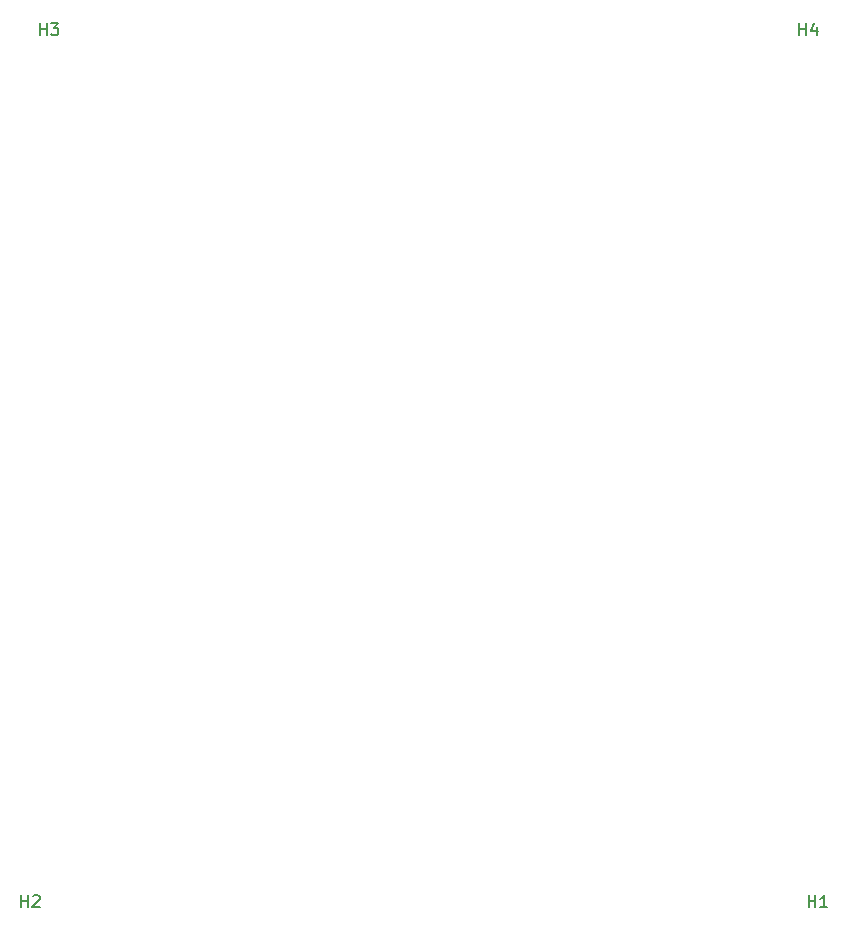
<source format=gto>
G04 #@! TF.GenerationSoftware,KiCad,Pcbnew,(5.1.4)-1*
G04 #@! TF.CreationDate,2019-10-28T00:02:14+02:00*
G04 #@! TF.ProjectId,Macroboard,4d616372-6f62-46f6-9172-642e6b696361,rev?*
G04 #@! TF.SameCoordinates,Original*
G04 #@! TF.FileFunction,Legend,Top*
G04 #@! TF.FilePolarity,Positive*
%FSLAX46Y46*%
G04 Gerber Fmt 4.6, Leading zero omitted, Abs format (unit mm)*
G04 Created by KiCad (PCBNEW (5.1.4)-1) date 2019-10-28 00:02:14*
%MOMM*%
%LPD*%
G04 APERTURE LIST*
%ADD10C,0.150000*%
%ADD11C,2.102000*%
%ADD12C,1.852000*%
%ADD13C,4.089800*%
%ADD14C,4.502000*%
%ADD15C,0.802000*%
%ADD16O,1.802000X2.802000*%
G04 APERTURE END LIST*
D10*
X269906845Y-66308630D02*
X269906845Y-65308630D01*
X269906845Y-65784821D02*
X270478273Y-65784821D01*
X270478273Y-66308630D02*
X270478273Y-65308630D01*
X271383035Y-65641964D02*
X271383035Y-66308630D01*
X271144940Y-65261011D02*
X270906845Y-65975297D01*
X271525892Y-65975297D01*
X205613095Y-66308630D02*
X205613095Y-65308630D01*
X205613095Y-65784821D02*
X206184523Y-65784821D01*
X206184523Y-66308630D02*
X206184523Y-65308630D01*
X206565476Y-65308630D02*
X207184523Y-65308630D01*
X206851190Y-65689583D01*
X206994047Y-65689583D01*
X207089285Y-65737202D01*
X207136904Y-65784821D01*
X207184523Y-65880059D01*
X207184523Y-66118154D01*
X207136904Y-66213392D01*
X207089285Y-66261011D01*
X206994047Y-66308630D01*
X206708333Y-66308630D01*
X206613095Y-66261011D01*
X206565476Y-66213392D01*
X204025595Y-140127380D02*
X204025595Y-139127380D01*
X204025595Y-139603571D02*
X204597023Y-139603571D01*
X204597023Y-140127380D02*
X204597023Y-139127380D01*
X205025595Y-139222619D02*
X205073214Y-139175000D01*
X205168452Y-139127380D01*
X205406547Y-139127380D01*
X205501785Y-139175000D01*
X205549404Y-139222619D01*
X205597023Y-139317857D01*
X205597023Y-139413095D01*
X205549404Y-139555952D01*
X204977976Y-140127380D01*
X205597023Y-140127380D01*
X270700595Y-140127380D02*
X270700595Y-139127380D01*
X270700595Y-139603571D02*
X271272023Y-139603571D01*
X271272023Y-140127380D02*
X271272023Y-139127380D01*
X272272023Y-140127380D02*
X271700595Y-140127380D01*
X271986309Y-140127380D02*
X271986309Y-139127380D01*
X271891071Y-139270238D01*
X271795833Y-139365476D01*
X271700595Y-139413095D01*
%LPC*%
D11*
X234846000Y-70866000D03*
X234846000Y-66366000D03*
X228346000Y-70866000D03*
X228346000Y-66366000D03*
D12*
X224155000Y-135731250D03*
X213995000Y-135731250D03*
D13*
X219075000Y-135731250D03*
D12*
X262255000Y-135731250D03*
X252095000Y-135731250D03*
D13*
X257175000Y-135731250D03*
D12*
X243205000Y-135731250D03*
X233045000Y-135731250D03*
D13*
X238125000Y-135731250D03*
D12*
X262255000Y-116681250D03*
X252095000Y-116681250D03*
D13*
X257175000Y-116681250D03*
D12*
X243205000Y-116681250D03*
X233045000Y-116681250D03*
D13*
X238125000Y-116681250D03*
D12*
X224155000Y-116681250D03*
X213995000Y-116681250D03*
D13*
X219075000Y-116681250D03*
D12*
X262255000Y-97631250D03*
X252095000Y-97631250D03*
D13*
X257175000Y-97631250D03*
D12*
X243205000Y-97631250D03*
X233045000Y-97631250D03*
D13*
X238125000Y-97631250D03*
D12*
X224155000Y-97631250D03*
X213995000Y-97631250D03*
D13*
X219075000Y-97631250D03*
D14*
X270668750Y-69056250D03*
D15*
X272318750Y-69056250D03*
X271835476Y-70222976D03*
X270668750Y-70706250D03*
X269502024Y-70222976D03*
X269018750Y-69056250D03*
X269502024Y-67889524D03*
X270668750Y-67406250D03*
X271835476Y-67889524D03*
D14*
X206375000Y-69056250D03*
D15*
X208025000Y-69056250D03*
X207541726Y-70222976D03*
X206375000Y-70706250D03*
X205208274Y-70222976D03*
X204725000Y-69056250D03*
X205208274Y-67889524D03*
X206375000Y-67406250D03*
X207541726Y-67889524D03*
D14*
X204787500Y-142875000D03*
D15*
X206437500Y-142875000D03*
X205954226Y-144041726D03*
X204787500Y-144525000D03*
X203620774Y-144041726D03*
X203137500Y-142875000D03*
X203620774Y-141708274D03*
X204787500Y-141225000D03*
X205954226Y-141708274D03*
D14*
X271462500Y-142875000D03*
D15*
X273112500Y-142875000D03*
X272629226Y-144041726D03*
X271462500Y-144525000D03*
X270295774Y-144041726D03*
X269812500Y-142875000D03*
X270295774Y-141708274D03*
X271462500Y-141225000D03*
X272629226Y-141708274D03*
D16*
X217711000Y-65278000D03*
X225011000Y-65278000D03*
X225011000Y-69778000D03*
X217711000Y-69778000D03*
M02*

</source>
